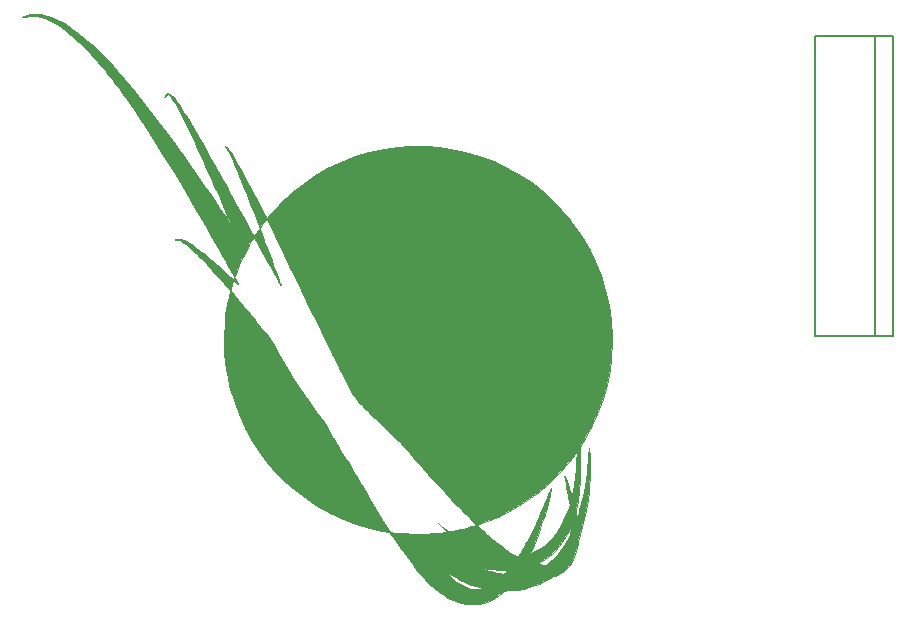
<source format=gbr>
G04 #@! TF.GenerationSoftware,KiCad,Pcbnew,(5.1.2)-1*
G04 #@! TF.CreationDate,2019-07-26T16:38:25-05:00*
G04 #@! TF.ProjectId,Austin_Christman_BIZ_Card,41757374-696e-45f4-9368-726973746d61,rev?*
G04 #@! TF.SameCoordinates,Original*
G04 #@! TF.FileFunction,Legend,Bot*
G04 #@! TF.FilePolarity,Positive*
%FSLAX46Y46*%
G04 Gerber Fmt 4.6, Leading zero omitted, Abs format (unit mm)*
G04 Created by KiCad (PCBNEW (5.1.2)-1) date 2019-07-26 16:38:25*
%MOMM*%
%LPD*%
G04 APERTURE LIST*
%ADD10C,0.010000*%
%ADD11C,0.150000*%
G04 APERTURE END LIST*
D10*
G36*
X116284510Y-69774527D02*
G01*
X115957232Y-69821730D01*
X115690764Y-69899198D01*
X115650119Y-69916798D01*
X115487000Y-69992387D01*
X115637000Y-69967014D01*
X116159057Y-69908464D01*
X116648045Y-69912363D01*
X117081752Y-69978467D01*
X117099660Y-69982913D01*
X117605063Y-70149118D01*
X118131727Y-70398170D01*
X118681448Y-70731532D01*
X119256023Y-71150665D01*
X119857249Y-71657032D01*
X120486921Y-72252095D01*
X121146837Y-72937317D01*
X121838793Y-73714160D01*
X122183596Y-74120923D01*
X122503038Y-74506726D01*
X122808218Y-74882942D01*
X123103918Y-75256484D01*
X123394921Y-75634265D01*
X123686009Y-76023199D01*
X123981965Y-76430197D01*
X124287570Y-76862175D01*
X124607608Y-77326044D01*
X124946861Y-77828718D01*
X125310111Y-78377111D01*
X125702141Y-78978135D01*
X126127732Y-79638703D01*
X126591668Y-80365729D01*
X127098730Y-81166127D01*
X127524850Y-81842000D01*
X128496573Y-83408974D01*
X129431194Y-84962400D01*
X130313689Y-86477203D01*
X130535789Y-86867000D01*
X130736508Y-87219175D01*
X130969048Y-87624226D01*
X131214265Y-88048990D01*
X131453015Y-88460304D01*
X131662500Y-88818781D01*
X131871150Y-89176452D01*
X132100027Y-89572551D01*
X132331468Y-89976262D01*
X132547808Y-90356766D01*
X132731381Y-90683246D01*
X132737254Y-90693781D01*
X132895573Y-90977341D01*
X133045765Y-91245448D01*
X133177838Y-91480331D01*
X133281799Y-91664222D01*
X133347656Y-91779351D01*
X133349729Y-91782915D01*
X133475506Y-91998831D01*
X133669615Y-91482915D01*
X133771425Y-91227761D01*
X133898000Y-90934719D01*
X134042990Y-90616246D01*
X134200047Y-90284800D01*
X134362819Y-89952839D01*
X134524956Y-89632820D01*
X134680109Y-89337201D01*
X134821928Y-89078439D01*
X134944063Y-88868991D01*
X135040163Y-88721316D01*
X135103878Y-88647870D01*
X135117721Y-88642000D01*
X135151317Y-88683802D01*
X135223436Y-88799721D01*
X135325757Y-88975519D01*
X135449963Y-89196962D01*
X135563321Y-89404500D01*
X135746360Y-89742132D01*
X135942634Y-90101871D01*
X136146166Y-90472972D01*
X136350977Y-90844691D01*
X136551092Y-91206281D01*
X136740532Y-91546999D01*
X136913319Y-91856100D01*
X137063476Y-92122838D01*
X137185026Y-92336469D01*
X137271991Y-92486248D01*
X137318393Y-92561430D01*
X137322662Y-92567000D01*
X137326130Y-92545051D01*
X137299552Y-92446472D01*
X137247982Y-92288269D01*
X137196405Y-92142000D01*
X137071146Y-91797830D01*
X136931911Y-91418161D01*
X136782678Y-91013593D01*
X136627428Y-90594725D01*
X136470139Y-90172159D01*
X136314793Y-89756493D01*
X136165368Y-89358328D01*
X136025844Y-88988264D01*
X135900201Y-88656900D01*
X135792419Y-88374838D01*
X135706478Y-88152676D01*
X135646357Y-88001015D01*
X135616037Y-87930455D01*
X135613892Y-87927001D01*
X135571719Y-87946553D01*
X135492619Y-88034078D01*
X135391739Y-88172178D01*
X135363629Y-88214501D01*
X135259337Y-88368641D01*
X135174333Y-88483378D01*
X135123828Y-88538467D01*
X135118628Y-88540570D01*
X135086970Y-88498005D01*
X135015801Y-88379563D01*
X134912235Y-88197830D01*
X134783389Y-87965390D01*
X134636381Y-87694831D01*
X134562000Y-87556141D01*
X134386837Y-87230004D01*
X134177120Y-86842487D01*
X133946997Y-86419550D01*
X133710614Y-85987153D01*
X133482119Y-85571255D01*
X133343424Y-85320070D01*
X133142094Y-84955713D01*
X132905596Y-84526687D01*
X132646643Y-84056115D01*
X132377945Y-83567120D01*
X132112215Y-83082827D01*
X131862165Y-82626359D01*
X131774991Y-82467000D01*
X131369842Y-81731919D01*
X130971891Y-81021339D01*
X130585449Y-80342491D01*
X130214826Y-79702607D01*
X129864333Y-79108919D01*
X129538282Y-78568660D01*
X129240982Y-78089060D01*
X128976745Y-77677351D01*
X128749882Y-77340767D01*
X128578526Y-77104517D01*
X128338500Y-76815096D01*
X128124429Y-76607006D01*
X127939862Y-76482227D01*
X127788345Y-76442742D01*
X127673427Y-76490530D01*
X127620026Y-76569352D01*
X127570527Y-76702914D01*
X127562009Y-76781437D01*
X127590179Y-76791923D01*
X127650745Y-76721373D01*
X127663525Y-76701091D01*
X127760009Y-76583900D01*
X127849651Y-76551147D01*
X127850838Y-76551359D01*
X127944805Y-76611337D01*
X128074946Y-76761108D01*
X128239681Y-76997866D01*
X128437428Y-77318804D01*
X128666606Y-77721118D01*
X128925633Y-78202000D01*
X129212929Y-78758645D01*
X129526912Y-79388248D01*
X129866001Y-80088001D01*
X129987015Y-80342000D01*
X130106192Y-80595949D01*
X130251655Y-80910511D01*
X130419741Y-81277457D01*
X130606792Y-81688559D01*
X130809148Y-82135587D01*
X131023147Y-82610313D01*
X131245131Y-83104507D01*
X131471439Y-83609941D01*
X131698411Y-84118386D01*
X131922387Y-84621613D01*
X132139707Y-85111394D01*
X132346711Y-85579499D01*
X132539738Y-86017700D01*
X132715130Y-86417767D01*
X132869224Y-86771473D01*
X132998363Y-87070587D01*
X133098885Y-87306881D01*
X133167130Y-87472127D01*
X133199439Y-87558096D01*
X133201332Y-87568681D01*
X133170721Y-87532903D01*
X133092333Y-87425091D01*
X132973921Y-87256374D01*
X132823240Y-87037881D01*
X132648045Y-86780743D01*
X132512000Y-86579293D01*
X132285213Y-86244369D01*
X132016718Y-85851376D01*
X131713369Y-85410108D01*
X131382018Y-84930355D01*
X131029519Y-84421909D01*
X130662725Y-83894560D01*
X130288490Y-83358101D01*
X129913666Y-82822323D01*
X129545108Y-82297017D01*
X129189669Y-81791975D01*
X128854202Y-81316988D01*
X128545559Y-80881847D01*
X128270595Y-80496344D01*
X128036164Y-80170270D01*
X127849117Y-79913417D01*
X127796348Y-79842000D01*
X126883622Y-78628337D01*
X126013195Y-77502415D01*
X125183180Y-76462266D01*
X124391689Y-75505921D01*
X123636836Y-74631412D01*
X122916733Y-73836773D01*
X122229493Y-73120034D01*
X121573229Y-72479229D01*
X120946053Y-71912389D01*
X120346078Y-71417546D01*
X119771417Y-70992733D01*
X119220182Y-70635982D01*
X118690487Y-70345324D01*
X118687000Y-70343592D01*
X118292157Y-70155152D01*
X117956102Y-70013691D01*
X117654219Y-69911020D01*
X117361893Y-69838946D01*
X117054508Y-69789278D01*
X117001698Y-69782794D01*
X116642649Y-69760559D01*
X116284510Y-69774527D01*
X116284510Y-69774527D01*
G37*
X116284510Y-69774527D02*
X115957232Y-69821730D01*
X115690764Y-69899198D01*
X115650119Y-69916798D01*
X115487000Y-69992387D01*
X115637000Y-69967014D01*
X116159057Y-69908464D01*
X116648045Y-69912363D01*
X117081752Y-69978467D01*
X117099660Y-69982913D01*
X117605063Y-70149118D01*
X118131727Y-70398170D01*
X118681448Y-70731532D01*
X119256023Y-71150665D01*
X119857249Y-71657032D01*
X120486921Y-72252095D01*
X121146837Y-72937317D01*
X121838793Y-73714160D01*
X122183596Y-74120923D01*
X122503038Y-74506726D01*
X122808218Y-74882942D01*
X123103918Y-75256484D01*
X123394921Y-75634265D01*
X123686009Y-76023199D01*
X123981965Y-76430197D01*
X124287570Y-76862175D01*
X124607608Y-77326044D01*
X124946861Y-77828718D01*
X125310111Y-78377111D01*
X125702141Y-78978135D01*
X126127732Y-79638703D01*
X126591668Y-80365729D01*
X127098730Y-81166127D01*
X127524850Y-81842000D01*
X128496573Y-83408974D01*
X129431194Y-84962400D01*
X130313689Y-86477203D01*
X130535789Y-86867000D01*
X130736508Y-87219175D01*
X130969048Y-87624226D01*
X131214265Y-88048990D01*
X131453015Y-88460304D01*
X131662500Y-88818781D01*
X131871150Y-89176452D01*
X132100027Y-89572551D01*
X132331468Y-89976262D01*
X132547808Y-90356766D01*
X132731381Y-90683246D01*
X132737254Y-90693781D01*
X132895573Y-90977341D01*
X133045765Y-91245448D01*
X133177838Y-91480331D01*
X133281799Y-91664222D01*
X133347656Y-91779351D01*
X133349729Y-91782915D01*
X133475506Y-91998831D01*
X133669615Y-91482915D01*
X133771425Y-91227761D01*
X133898000Y-90934719D01*
X134042990Y-90616246D01*
X134200047Y-90284800D01*
X134362819Y-89952839D01*
X134524956Y-89632820D01*
X134680109Y-89337201D01*
X134821928Y-89078439D01*
X134944063Y-88868991D01*
X135040163Y-88721316D01*
X135103878Y-88647870D01*
X135117721Y-88642000D01*
X135151317Y-88683802D01*
X135223436Y-88799721D01*
X135325757Y-88975519D01*
X135449963Y-89196962D01*
X135563321Y-89404500D01*
X135746360Y-89742132D01*
X135942634Y-90101871D01*
X136146166Y-90472972D01*
X136350977Y-90844691D01*
X136551092Y-91206281D01*
X136740532Y-91546999D01*
X136913319Y-91856100D01*
X137063476Y-92122838D01*
X137185026Y-92336469D01*
X137271991Y-92486248D01*
X137318393Y-92561430D01*
X137322662Y-92567000D01*
X137326130Y-92545051D01*
X137299552Y-92446472D01*
X137247982Y-92288269D01*
X137196405Y-92142000D01*
X137071146Y-91797830D01*
X136931911Y-91418161D01*
X136782678Y-91013593D01*
X136627428Y-90594725D01*
X136470139Y-90172159D01*
X136314793Y-89756493D01*
X136165368Y-89358328D01*
X136025844Y-88988264D01*
X135900201Y-88656900D01*
X135792419Y-88374838D01*
X135706478Y-88152676D01*
X135646357Y-88001015D01*
X135616037Y-87930455D01*
X135613892Y-87927001D01*
X135571719Y-87946553D01*
X135492619Y-88034078D01*
X135391739Y-88172178D01*
X135363629Y-88214501D01*
X135259337Y-88368641D01*
X135174333Y-88483378D01*
X135123828Y-88538467D01*
X135118628Y-88540570D01*
X135086970Y-88498005D01*
X135015801Y-88379563D01*
X134912235Y-88197830D01*
X134783389Y-87965390D01*
X134636381Y-87694831D01*
X134562000Y-87556141D01*
X134386837Y-87230004D01*
X134177120Y-86842487D01*
X133946997Y-86419550D01*
X133710614Y-85987153D01*
X133482119Y-85571255D01*
X133343424Y-85320070D01*
X133142094Y-84955713D01*
X132905596Y-84526687D01*
X132646643Y-84056115D01*
X132377945Y-83567120D01*
X132112215Y-83082827D01*
X131862165Y-82626359D01*
X131774991Y-82467000D01*
X131369842Y-81731919D01*
X130971891Y-81021339D01*
X130585449Y-80342491D01*
X130214826Y-79702607D01*
X129864333Y-79108919D01*
X129538282Y-78568660D01*
X129240982Y-78089060D01*
X128976745Y-77677351D01*
X128749882Y-77340767D01*
X128578526Y-77104517D01*
X128338500Y-76815096D01*
X128124429Y-76607006D01*
X127939862Y-76482227D01*
X127788345Y-76442742D01*
X127673427Y-76490530D01*
X127620026Y-76569352D01*
X127570527Y-76702914D01*
X127562009Y-76781437D01*
X127590179Y-76791923D01*
X127650745Y-76721373D01*
X127663525Y-76701091D01*
X127760009Y-76583900D01*
X127849651Y-76551147D01*
X127850838Y-76551359D01*
X127944805Y-76611337D01*
X128074946Y-76761108D01*
X128239681Y-76997866D01*
X128437428Y-77318804D01*
X128666606Y-77721118D01*
X128925633Y-78202000D01*
X129212929Y-78758645D01*
X129526912Y-79388248D01*
X129866001Y-80088001D01*
X129987015Y-80342000D01*
X130106192Y-80595949D01*
X130251655Y-80910511D01*
X130419741Y-81277457D01*
X130606792Y-81688559D01*
X130809148Y-82135587D01*
X131023147Y-82610313D01*
X131245131Y-83104507D01*
X131471439Y-83609941D01*
X131698411Y-84118386D01*
X131922387Y-84621613D01*
X132139707Y-85111394D01*
X132346711Y-85579499D01*
X132539738Y-86017700D01*
X132715130Y-86417767D01*
X132869224Y-86771473D01*
X132998363Y-87070587D01*
X133098885Y-87306881D01*
X133167130Y-87472127D01*
X133199439Y-87558096D01*
X133201332Y-87568681D01*
X133170721Y-87532903D01*
X133092333Y-87425091D01*
X132973921Y-87256374D01*
X132823240Y-87037881D01*
X132648045Y-86780743D01*
X132512000Y-86579293D01*
X132285213Y-86244369D01*
X132016718Y-85851376D01*
X131713369Y-85410108D01*
X131382018Y-84930355D01*
X131029519Y-84421909D01*
X130662725Y-83894560D01*
X130288490Y-83358101D01*
X129913666Y-82822323D01*
X129545108Y-82297017D01*
X129189669Y-81791975D01*
X128854202Y-81316988D01*
X128545559Y-80881847D01*
X128270595Y-80496344D01*
X128036164Y-80170270D01*
X127849117Y-79913417D01*
X127796348Y-79842000D01*
X126883622Y-78628337D01*
X126013195Y-77502415D01*
X125183180Y-76462266D01*
X124391689Y-75505921D01*
X123636836Y-74631412D01*
X122916733Y-73836773D01*
X122229493Y-73120034D01*
X121573229Y-72479229D01*
X120946053Y-71912389D01*
X120346078Y-71417546D01*
X119771417Y-70992733D01*
X119220182Y-70635982D01*
X118690487Y-70345324D01*
X118687000Y-70343592D01*
X118292157Y-70155152D01*
X117956102Y-70013691D01*
X117654219Y-69911020D01*
X117361893Y-69838946D01*
X117054508Y-69789278D01*
X117001698Y-69782794D01*
X116642649Y-69760559D01*
X116284510Y-69774527D01*
G36*
X137362000Y-92667000D02*
G01*
X137387000Y-92692000D01*
X137412000Y-92667000D01*
X137387000Y-92642000D01*
X137362000Y-92667000D01*
X137362000Y-92667000D01*
G37*
X137362000Y-92667000D02*
X137387000Y-92692000D01*
X137412000Y-92667000D01*
X137387000Y-92642000D01*
X137362000Y-92667000D01*
G36*
X132671024Y-80921749D02*
G01*
X132697208Y-80982014D01*
X132782359Y-81110213D01*
X132831211Y-81179384D01*
X132922600Y-81314282D01*
X133012141Y-81462350D01*
X133105454Y-81635429D01*
X133208157Y-81845359D01*
X133325868Y-82103981D01*
X133464208Y-82423136D01*
X133628794Y-82814665D01*
X133775321Y-83168962D01*
X133899938Y-83474884D01*
X134053633Y-83857242D01*
X134229743Y-84299078D01*
X134421604Y-84783433D01*
X134622553Y-85293351D01*
X134825927Y-85811872D01*
X135025061Y-86322037D01*
X135213293Y-86806890D01*
X135383959Y-87249471D01*
X135530396Y-87632822D01*
X135559533Y-87709734D01*
X135613506Y-87852469D01*
X135893959Y-87468440D01*
X136017958Y-87307885D01*
X136122663Y-87189351D01*
X136193588Y-87128364D01*
X136213764Y-87125705D01*
X136241744Y-87176752D01*
X136309374Y-87310313D01*
X136412940Y-87518793D01*
X136548724Y-87794600D01*
X136713014Y-88130138D01*
X136902092Y-88517814D01*
X137112245Y-88950034D01*
X137339758Y-89419203D01*
X137580914Y-89917728D01*
X137677151Y-90117000D01*
X138231214Y-91264117D01*
X138745351Y-92327140D01*
X139222599Y-93312274D01*
X139665993Y-94225725D01*
X140078568Y-95073701D01*
X140463360Y-95862408D01*
X140823405Y-96598052D01*
X141161737Y-97286840D01*
X141481392Y-97934978D01*
X141785407Y-98548673D01*
X142076815Y-99134131D01*
X142358654Y-99697558D01*
X142519083Y-100017000D01*
X142736517Y-100451890D01*
X142922186Y-100825745D01*
X143082695Y-101147148D01*
X143224645Y-101424684D01*
X143354642Y-101666938D01*
X143479287Y-101882492D01*
X143605185Y-102079932D01*
X143738939Y-102267843D01*
X143887151Y-102454807D01*
X144056426Y-102649410D01*
X144253367Y-102860236D01*
X144484576Y-103095870D01*
X144756658Y-103364894D01*
X145076216Y-103675895D01*
X145449853Y-104037455D01*
X145884172Y-104458160D01*
X146087000Y-104655269D01*
X146452847Y-105013245D01*
X146810771Y-105367215D01*
X147151431Y-105707687D01*
X147465490Y-106025166D01*
X147743608Y-106310158D01*
X147976446Y-106553171D01*
X148154664Y-106744711D01*
X148258404Y-106862556D01*
X148540539Y-107194288D01*
X148882660Y-107586544D01*
X149274761Y-108028428D01*
X149706834Y-108509041D01*
X150168875Y-109017486D01*
X150650878Y-109542864D01*
X151142835Y-110074277D01*
X151634742Y-110600829D01*
X152116593Y-111111620D01*
X152578380Y-111595753D01*
X153010100Y-112042331D01*
X153080742Y-112114713D01*
X153319666Y-112359835D01*
X153532996Y-112580033D01*
X153711513Y-112765679D01*
X153845996Y-112907148D01*
X153927226Y-112994813D01*
X153947620Y-113019803D01*
X153886164Y-113041699D01*
X153746921Y-113081759D01*
X153549389Y-113135013D01*
X153313070Y-113196491D01*
X153057462Y-113261221D01*
X152802065Y-113324234D01*
X152566379Y-113380559D01*
X152369903Y-113425224D01*
X152293997Y-113441319D01*
X151972879Y-113501869D01*
X151739509Y-113533758D01*
X151586006Y-113537572D01*
X151504490Y-113513895D01*
X151492419Y-113500767D01*
X151444649Y-113453636D01*
X151336559Y-113359968D01*
X151186290Y-113235222D01*
X151076968Y-113146704D01*
X150687000Y-112833874D01*
X151081592Y-113206042D01*
X151476183Y-113578210D01*
X151306592Y-113608561D01*
X151005996Y-113652039D01*
X150645711Y-113687258D01*
X150239388Y-113714318D01*
X149800679Y-113733319D01*
X149343234Y-113744360D01*
X148880704Y-113747543D01*
X148426742Y-113742965D01*
X147994998Y-113730729D01*
X147599123Y-113710933D01*
X147252769Y-113683677D01*
X146969586Y-113649062D01*
X146763227Y-113607186D01*
X146673813Y-113574648D01*
X146616640Y-113515656D01*
X146515448Y-113378558D01*
X146375629Y-113172186D01*
X146202576Y-112905374D01*
X146001679Y-112586957D01*
X145778332Y-112225766D01*
X145537927Y-111830635D01*
X145285855Y-111410399D01*
X145027508Y-110973889D01*
X144768279Y-110529941D01*
X144513560Y-110087386D01*
X144268742Y-109655059D01*
X144135917Y-109417000D01*
X143925146Y-109043407D01*
X143698778Y-108653364D01*
X143470007Y-108268842D01*
X143252032Y-107911813D01*
X143058049Y-107604249D01*
X142934717Y-107417000D01*
X142750191Y-107135244D01*
X142535894Y-106792924D01*
X142308694Y-106417931D01*
X142085462Y-106038156D01*
X141883070Y-105681491D01*
X141862821Y-105644896D01*
X141614336Y-105205901D01*
X141369986Y-104800165D01*
X141112194Y-104400415D01*
X140823384Y-103979376D01*
X140493374Y-103519896D01*
X139786684Y-102532520D01*
X139118884Y-101556997D01*
X138474449Y-100569268D01*
X137837855Y-99545274D01*
X137193576Y-98460956D01*
X136894191Y-97942000D01*
X136714544Y-97633298D01*
X136551067Y-97366833D01*
X136389027Y-97121723D01*
X136213688Y-96877088D01*
X136010314Y-96612048D01*
X135764172Y-96305725D01*
X135588648Y-96092000D01*
X135346402Y-95798153D01*
X135105442Y-95505051D01*
X134879433Y-95229373D01*
X134682037Y-94987800D01*
X134526917Y-94797011D01*
X134462348Y-94717000D01*
X134306952Y-94525571D01*
X134110204Y-94286204D01*
X133895477Y-94027190D01*
X133686146Y-93776816D01*
X133651536Y-93735674D01*
X133481097Y-93529296D01*
X133336473Y-93346591D01*
X133228964Y-93202433D01*
X133169865Y-93111699D01*
X133162000Y-93091064D01*
X133175340Y-93015980D01*
X133209664Y-92879525D01*
X133256432Y-92711088D01*
X133307105Y-92540058D01*
X133353141Y-92395824D01*
X133386001Y-92307776D01*
X133393299Y-92295118D01*
X133436956Y-92315364D01*
X133530772Y-92389666D01*
X133647121Y-92495118D01*
X133762510Y-92599100D01*
X133816527Y-92633554D01*
X133806054Y-92596547D01*
X133803299Y-92592000D01*
X133733394Y-92470450D01*
X133647395Y-92310809D01*
X133613465Y-92245197D01*
X133545233Y-92116942D01*
X133503385Y-92067140D01*
X133470436Y-92084382D01*
X133441731Y-92133160D01*
X133414821Y-92174070D01*
X133380835Y-92188089D01*
X133326920Y-92167181D01*
X133240224Y-92103310D01*
X133107893Y-91988438D01*
X132917075Y-91814529D01*
X132884994Y-91785043D01*
X132319077Y-91269091D01*
X131814917Y-90819113D01*
X131365064Y-90428895D01*
X130962070Y-90092226D01*
X130598487Y-89802894D01*
X130266866Y-89554685D01*
X129959759Y-89341388D01*
X129937000Y-89326291D01*
X129529954Y-89074249D01*
X129181645Y-88894834D01*
X128893806Y-88788660D01*
X128668168Y-88756343D01*
X128506464Y-88798496D01*
X128487000Y-88811915D01*
X128433624Y-88858667D01*
X128443561Y-88881499D01*
X128531293Y-88889311D01*
X128614711Y-88890409D01*
X128837622Y-88923470D01*
X129058791Y-89029267D01*
X129068640Y-89035462D01*
X129243767Y-89159200D01*
X129470587Y-89338122D01*
X129730672Y-89556117D01*
X130005594Y-89797076D01*
X130276922Y-90044888D01*
X130526230Y-90283442D01*
X130712000Y-90472105D01*
X130866284Y-90636564D01*
X131061730Y-90847411D01*
X131288077Y-91093343D01*
X131535068Y-91363058D01*
X131792442Y-91645252D01*
X132049941Y-91928623D01*
X132297304Y-92201868D01*
X132524272Y-92453683D01*
X132720586Y-92672766D01*
X132875987Y-92847814D01*
X132980215Y-92967524D01*
X133014405Y-93008700D01*
X133124608Y-93148801D01*
X132989374Y-93757900D01*
X132878285Y-94286951D01*
X132791906Y-94771131D01*
X132726970Y-95238709D01*
X132680208Y-95717950D01*
X132648352Y-96237123D01*
X132628133Y-96824495D01*
X132626426Y-96896857D01*
X132620159Y-97709710D01*
X132641948Y-98451716D01*
X132694384Y-99148731D01*
X132780059Y-99826612D01*
X132901564Y-100511214D01*
X133059841Y-101221591D01*
X133405949Y-102440381D01*
X133843498Y-103623028D01*
X134368968Y-104764730D01*
X134978836Y-105860683D01*
X135669582Y-106906082D01*
X136437684Y-107896123D01*
X137279620Y-108826003D01*
X138191869Y-109690917D01*
X139170911Y-110486062D01*
X140213223Y-111206634D01*
X140517259Y-111395181D01*
X141554902Y-111971216D01*
X142640347Y-112475108D01*
X143756960Y-112900592D01*
X144888112Y-113241401D01*
X146017168Y-113491271D01*
X146137000Y-113512333D01*
X146399838Y-113565833D01*
X146569429Y-113621012D01*
X146651229Y-113678202D01*
X146696586Y-113742881D01*
X146790026Y-113877604D01*
X146923000Y-114069992D01*
X147086960Y-114307671D01*
X147273360Y-114578263D01*
X147420432Y-114792000D01*
X147969141Y-115571000D01*
X148485321Y-116263827D01*
X148974601Y-116876743D01*
X149442612Y-117416008D01*
X149894983Y-117887882D01*
X150337345Y-118298626D01*
X150775327Y-118654500D01*
X151105870Y-118890201D01*
X151397193Y-119068074D01*
X151732565Y-119244363D01*
X152080175Y-119404343D01*
X152408210Y-119533288D01*
X152664554Y-119611653D01*
X153074591Y-119684453D01*
X153518290Y-119716827D01*
X153952066Y-119707279D01*
X154271660Y-119666766D01*
X154864181Y-119503674D01*
X155432055Y-119243851D01*
X155974520Y-118887674D01*
X156162297Y-118736899D01*
X156307236Y-118624030D01*
X156425217Y-118565443D01*
X156559353Y-118544073D01*
X156654689Y-118542000D01*
X157324748Y-118502729D01*
X158004645Y-118389318D01*
X158166336Y-118345434D01*
X154471211Y-118345434D01*
X154401990Y-118388850D01*
X154337000Y-118409146D01*
X154242166Y-118420057D01*
X154078136Y-118425404D01*
X153875598Y-118424393D01*
X153812000Y-118422734D01*
X153520335Y-118401675D01*
X153279667Y-118353228D01*
X153073061Y-118280965D01*
X152735082Y-118126647D01*
X152432615Y-117949928D01*
X152138694Y-117732283D01*
X151826353Y-117455189D01*
X151715622Y-117348504D01*
X151552213Y-117185717D01*
X151430756Y-117059044D01*
X151360248Y-116978368D01*
X151349687Y-116953574D01*
X151362000Y-116960044D01*
X151878796Y-117281015D01*
X152325335Y-117536974D01*
X152705425Y-117730100D01*
X152723616Y-117738545D01*
X152991941Y-117853553D01*
X153299251Y-117971084D01*
X153617748Y-118081788D01*
X153919634Y-118176318D01*
X154177111Y-118245325D01*
X154312623Y-118272899D01*
X154441239Y-118305757D01*
X154471211Y-118345434D01*
X158166336Y-118345434D01*
X158671346Y-118208372D01*
X159301814Y-117966493D01*
X159873016Y-117670284D01*
X160021877Y-117576749D01*
X160194053Y-117476569D01*
X160363292Y-117398705D01*
X160462000Y-117367546D01*
X160592191Y-117328868D01*
X160775172Y-117259003D01*
X160974554Y-117172005D01*
X161003635Y-117158343D01*
X161403614Y-116913932D01*
X161404261Y-116913324D01*
X156535126Y-116913324D01*
X156518541Y-116952964D01*
X156471804Y-117006562D01*
X156460775Y-117018304D01*
X156398222Y-117079987D01*
X156336057Y-117118123D01*
X156254945Y-117133294D01*
X156135550Y-117126084D01*
X155958535Y-117097077D01*
X155704566Y-117046856D01*
X155680004Y-117041871D01*
X155475679Y-116996311D01*
X155241595Y-116937703D01*
X154995849Y-116871399D01*
X154756538Y-116802751D01*
X154541758Y-116737112D01*
X154369606Y-116679832D01*
X154258178Y-116636265D01*
X154225571Y-116611763D01*
X154225609Y-116611725D01*
X154279689Y-116611518D01*
X154408226Y-116626696D01*
X154587387Y-116654236D01*
X154663696Y-116667298D01*
X154881827Y-116700485D01*
X155163032Y-116735875D01*
X155470594Y-116769176D01*
X155760271Y-116795493D01*
X156068232Y-116820627D01*
X156288113Y-116841291D01*
X156431498Y-116861172D01*
X156509974Y-116883955D01*
X156535126Y-116913324D01*
X161404261Y-116913324D01*
X161750426Y-116588485D01*
X162040724Y-116187672D01*
X162271162Y-115717162D01*
X162438393Y-115182625D01*
X162539070Y-114589730D01*
X162543138Y-114550239D01*
X162578319Y-114335234D01*
X162640107Y-114080285D01*
X162715743Y-113837374D01*
X162723117Y-113817000D01*
X162918828Y-113214625D01*
X162944009Y-113117000D01*
X161969671Y-113117000D01*
X161947860Y-113474634D01*
X161925761Y-113692420D01*
X161880757Y-113870975D01*
X161798461Y-114057795D01*
X161735785Y-114174634D01*
X161310322Y-114862818D01*
X160848380Y-115460636D01*
X160346783Y-115972017D01*
X160137000Y-116151083D01*
X159837000Y-116394118D01*
X159512000Y-116363127D01*
X159342708Y-116344419D01*
X159217802Y-116325804D01*
X159166167Y-116312068D01*
X159155455Y-116298606D01*
X159164998Y-116280854D01*
X159210516Y-116247682D01*
X159307726Y-116187959D01*
X159472347Y-116090557D01*
X159512000Y-116067192D01*
X160058467Y-115698975D01*
X160549152Y-115268407D01*
X160992041Y-114766579D01*
X161395124Y-114184582D01*
X161721144Y-113603158D01*
X161969671Y-113117000D01*
X162944009Y-113117000D01*
X163096697Y-112525062D01*
X163254319Y-111759924D01*
X163389289Y-110930822D01*
X163494611Y-110092000D01*
X163517583Y-109830205D01*
X163536858Y-109511679D01*
X163552329Y-109151590D01*
X163563890Y-108765108D01*
X163571435Y-108367401D01*
X163574857Y-107973638D01*
X163574051Y-107598988D01*
X163568910Y-107258620D01*
X163559328Y-106967703D01*
X163545198Y-106741405D01*
X163526415Y-106594895D01*
X163519294Y-106567000D01*
X163491735Y-106491362D01*
X163476423Y-106487530D01*
X163469054Y-106565607D01*
X163466014Y-106692000D01*
X163449781Y-107089249D01*
X163414794Y-107560990D01*
X163364009Y-108084101D01*
X163300383Y-108635458D01*
X163226874Y-109191940D01*
X163146437Y-109730423D01*
X163062029Y-110227784D01*
X162976607Y-110660902D01*
X162935249Y-110842786D01*
X162858854Y-111147302D01*
X162777883Y-111447634D01*
X162696960Y-111728919D01*
X162620711Y-111976292D01*
X162553759Y-112174892D01*
X162500730Y-112309853D01*
X162466247Y-112366313D01*
X162461161Y-112366481D01*
X162415233Y-112285541D01*
X162392276Y-112126543D01*
X162392253Y-111908747D01*
X162415127Y-111651410D01*
X162460861Y-111373794D01*
X162463083Y-111362935D01*
X162535510Y-110990273D01*
X162594363Y-110633583D01*
X162641036Y-110275890D01*
X162676919Y-109900219D01*
X162703406Y-109489593D01*
X162721889Y-109027038D01*
X162733761Y-108495578D01*
X162739574Y-107992000D01*
X162747368Y-107018257D01*
X162459554Y-107018257D01*
X162454752Y-107212542D01*
X162444833Y-107454453D01*
X162430668Y-107726632D01*
X162413126Y-108011720D01*
X162393078Y-108292360D01*
X162371392Y-108551193D01*
X162357623Y-108692000D01*
X162329847Y-108926690D01*
X162292942Y-109195805D01*
X162250192Y-109479713D01*
X162204878Y-109758783D01*
X162160284Y-110013384D01*
X162119693Y-110223884D01*
X162086387Y-110370653D01*
X162067138Y-110429092D01*
X162040141Y-110408785D01*
X161990621Y-110308636D01*
X161925347Y-110144420D01*
X161851082Y-109931909D01*
X161841946Y-109904092D01*
X161729459Y-109568643D01*
X161628865Y-109286952D01*
X161543971Y-109068599D01*
X161478581Y-108923163D01*
X161436502Y-108860221D01*
X161427208Y-108860125D01*
X161428888Y-108914263D01*
X161448805Y-109046695D01*
X161483657Y-109238059D01*
X161530142Y-109468996D01*
X161534828Y-109491269D01*
X161598668Y-109806506D01*
X161666664Y-110163210D01*
X161728925Y-110508606D01*
X161760956Y-110697887D01*
X161858295Y-111294530D01*
X161706358Y-111730765D01*
X161579221Y-112065284D01*
X161422009Y-112432109D01*
X161247962Y-112803688D01*
X161070320Y-113152472D01*
X160902325Y-113450908D01*
X160808539Y-113598985D01*
X160570107Y-113914765D01*
X160280764Y-114240068D01*
X159970826Y-114543415D01*
X159670609Y-114793329D01*
X159629014Y-114823742D01*
X159477685Y-114923250D01*
X159291332Y-115032885D01*
X159089924Y-115142549D01*
X158893430Y-115242143D01*
X158721816Y-115321571D01*
X158595053Y-115370732D01*
X158533108Y-115379531D01*
X158531894Y-115378560D01*
X158541098Y-115326578D01*
X158584334Y-115207900D01*
X158652804Y-115046193D01*
X158668015Y-115012391D01*
X158815634Y-114672679D01*
X158981693Y-114266043D01*
X159155320Y-113821169D01*
X159325645Y-113366741D01*
X159481797Y-112931442D01*
X159612905Y-112543959D01*
X159661094Y-112392000D01*
X159744419Y-112113478D01*
X159834322Y-111798690D01*
X159926756Y-111463351D01*
X160017677Y-111123175D01*
X160103038Y-110793879D01*
X160178794Y-110491179D01*
X160240898Y-110230789D01*
X160285305Y-110028426D01*
X160307969Y-109899806D01*
X160310026Y-109871304D01*
X160291796Y-109890461D01*
X160240944Y-109992663D01*
X160161768Y-110168019D01*
X160058566Y-110406638D01*
X159935638Y-110698631D01*
X159797282Y-111034107D01*
X159692552Y-111292000D01*
X159472978Y-111831631D01*
X159279923Y-112294934D01*
X159105232Y-112699375D01*
X158940750Y-113062422D01*
X158778322Y-113401541D01*
X158609793Y-113734199D01*
X158427008Y-114077865D01*
X158221811Y-114450004D01*
X158199641Y-114489642D01*
X158000214Y-114843221D01*
X157841145Y-115117964D01*
X157715821Y-115323317D01*
X157617630Y-115468727D01*
X157539961Y-115563640D01*
X157476201Y-115617504D01*
X157419739Y-115639766D01*
X157393094Y-115642000D01*
X157302474Y-115615366D01*
X157153157Y-115543482D01*
X156968416Y-115438372D01*
X156829555Y-115350855D01*
X156625743Y-115210623D01*
X156373331Y-115027319D01*
X156100517Y-114821922D01*
X155835497Y-114615411D01*
X155761583Y-114556262D01*
X155713653Y-114517000D01*
X152812000Y-114517000D01*
X152787000Y-114542000D01*
X152762000Y-114517000D01*
X152787000Y-114492000D01*
X152812000Y-114517000D01*
X155713653Y-114517000D01*
X155662049Y-114474728D01*
X152712000Y-114474728D01*
X152673779Y-114465257D01*
X152559531Y-114392000D01*
X152369879Y-114255398D01*
X152105447Y-114055888D01*
X151971345Y-113952753D01*
X151802960Y-113818999D01*
X151671957Y-113707867D01*
X151593714Y-113632865D01*
X151579093Y-113608240D01*
X151623133Y-113629426D01*
X151727852Y-113700093D01*
X151876004Y-113807051D01*
X152050344Y-113937109D01*
X152233625Y-114077077D01*
X152408602Y-114213765D01*
X152558030Y-114333984D01*
X152664661Y-114424542D01*
X152711251Y-114472249D01*
X152712000Y-114474728D01*
X155662049Y-114474728D01*
X155546375Y-114379974D01*
X155310090Y-114181670D01*
X155064178Y-113971487D01*
X154820087Y-113759563D01*
X154589266Y-113556038D01*
X154383164Y-113371050D01*
X154213230Y-113214737D01*
X154090912Y-113097237D01*
X154027659Y-113028689D01*
X154021939Y-113015727D01*
X154071955Y-112993809D01*
X154197301Y-112944825D01*
X154379341Y-112875916D01*
X154599438Y-112794225D01*
X154610685Y-112790088D01*
X155775243Y-112310850D01*
X156899420Y-111745931D01*
X157976463Y-111100322D01*
X158999620Y-110379013D01*
X159962138Y-109586995D01*
X160857266Y-108729258D01*
X161678249Y-107810792D01*
X162134787Y-107229500D01*
X162261046Y-107063794D01*
X162365176Y-106933457D01*
X162432983Y-106855922D01*
X162450331Y-106842000D01*
X162458370Y-106888957D01*
X162459554Y-107018257D01*
X162747368Y-107018257D01*
X162752582Y-106367000D01*
X163086889Y-105817000D01*
X163697093Y-104717666D01*
X164218076Y-103574089D01*
X164650025Y-102385713D01*
X164993125Y-101151982D01*
X165247562Y-99872342D01*
X165368188Y-98992000D01*
X165391499Y-98713548D01*
X165408784Y-98358128D01*
X165420043Y-97948589D01*
X165425277Y-97507780D01*
X165424485Y-97058551D01*
X165417666Y-96623750D01*
X165404823Y-96226229D01*
X165385953Y-95888835D01*
X165368188Y-95692000D01*
X165171988Y-94378906D01*
X164885813Y-93109418D01*
X164509570Y-91883309D01*
X164043167Y-90700353D01*
X163486509Y-89560321D01*
X162839504Y-88462986D01*
X162102058Y-87408122D01*
X161817041Y-87042000D01*
X161562494Y-86738748D01*
X161252431Y-86392862D01*
X160907879Y-86026059D01*
X160549865Y-85660055D01*
X160199416Y-85316568D01*
X159877559Y-85017315D01*
X159737000Y-84893704D01*
X158731398Y-84095466D01*
X157674075Y-83382057D01*
X156568823Y-82755130D01*
X155419436Y-82216336D01*
X154229708Y-81767329D01*
X153003430Y-81409762D01*
X151744397Y-81145288D01*
X150837000Y-81015430D01*
X150464903Y-80981761D01*
X150021367Y-80956893D01*
X149532345Y-80941026D01*
X149023792Y-80934361D01*
X148521662Y-80937097D01*
X148051909Y-80949436D01*
X147640488Y-80971578D01*
X147437000Y-80989178D01*
X146142146Y-81170486D01*
X144887542Y-81443215D01*
X143672120Y-81807804D01*
X142494817Y-82264695D01*
X141354566Y-82814326D01*
X140250300Y-83457138D01*
X139180956Y-84193572D01*
X138612000Y-84634893D01*
X138393752Y-84819725D01*
X138133432Y-85053960D01*
X137846214Y-85322631D01*
X137547269Y-85610768D01*
X137251770Y-85903405D01*
X136974890Y-86185573D01*
X136731800Y-86442304D01*
X136537673Y-86658629D01*
X136437000Y-86780622D01*
X136331219Y-86912399D01*
X136249875Y-87005709D01*
X136212000Y-87039439D01*
X136184346Y-86996818D01*
X136117436Y-86875207D01*
X136016723Y-86685065D01*
X135887660Y-86436852D01*
X135735700Y-86141026D01*
X135566297Y-85808047D01*
X135450573Y-85578945D01*
X135091759Y-84873969D01*
X134746679Y-84210417D01*
X134418321Y-83593463D01*
X134109677Y-83028280D01*
X133823734Y-82520045D01*
X133563484Y-82073929D01*
X133331916Y-81695107D01*
X133132019Y-81388754D01*
X132966785Y-81160044D01*
X132839201Y-81014150D01*
X132788989Y-80972900D01*
X132702165Y-80921388D01*
X132671024Y-80921749D01*
X132671024Y-80921749D01*
G37*
X132671024Y-80921749D02*
X132697208Y-80982014D01*
X132782359Y-81110213D01*
X132831211Y-81179384D01*
X132922600Y-81314282D01*
X133012141Y-81462350D01*
X133105454Y-81635429D01*
X133208157Y-81845359D01*
X133325868Y-82103981D01*
X133464208Y-82423136D01*
X133628794Y-82814665D01*
X133775321Y-83168962D01*
X133899938Y-83474884D01*
X134053633Y-83857242D01*
X134229743Y-84299078D01*
X134421604Y-84783433D01*
X134622553Y-85293351D01*
X134825927Y-85811872D01*
X135025061Y-86322037D01*
X135213293Y-86806890D01*
X135383959Y-87249471D01*
X135530396Y-87632822D01*
X135559533Y-87709734D01*
X135613506Y-87852469D01*
X135893959Y-87468440D01*
X136017958Y-87307885D01*
X136122663Y-87189351D01*
X136193588Y-87128364D01*
X136213764Y-87125705D01*
X136241744Y-87176752D01*
X136309374Y-87310313D01*
X136412940Y-87518793D01*
X136548724Y-87794600D01*
X136713014Y-88130138D01*
X136902092Y-88517814D01*
X137112245Y-88950034D01*
X137339758Y-89419203D01*
X137580914Y-89917728D01*
X137677151Y-90117000D01*
X138231214Y-91264117D01*
X138745351Y-92327140D01*
X139222599Y-93312274D01*
X139665993Y-94225725D01*
X140078568Y-95073701D01*
X140463360Y-95862408D01*
X140823405Y-96598052D01*
X141161737Y-97286840D01*
X141481392Y-97934978D01*
X141785407Y-98548673D01*
X142076815Y-99134131D01*
X142358654Y-99697558D01*
X142519083Y-100017000D01*
X142736517Y-100451890D01*
X142922186Y-100825745D01*
X143082695Y-101147148D01*
X143224645Y-101424684D01*
X143354642Y-101666938D01*
X143479287Y-101882492D01*
X143605185Y-102079932D01*
X143738939Y-102267843D01*
X143887151Y-102454807D01*
X144056426Y-102649410D01*
X144253367Y-102860236D01*
X144484576Y-103095870D01*
X144756658Y-103364894D01*
X145076216Y-103675895D01*
X145449853Y-104037455D01*
X145884172Y-104458160D01*
X146087000Y-104655269D01*
X146452847Y-105013245D01*
X146810771Y-105367215D01*
X147151431Y-105707687D01*
X147465490Y-106025166D01*
X147743608Y-106310158D01*
X147976446Y-106553171D01*
X148154664Y-106744711D01*
X148258404Y-106862556D01*
X148540539Y-107194288D01*
X148882660Y-107586544D01*
X149274761Y-108028428D01*
X149706834Y-108509041D01*
X150168875Y-109017486D01*
X150650878Y-109542864D01*
X151142835Y-110074277D01*
X151634742Y-110600829D01*
X152116593Y-111111620D01*
X152578380Y-111595753D01*
X153010100Y-112042331D01*
X153080742Y-112114713D01*
X153319666Y-112359835D01*
X153532996Y-112580033D01*
X153711513Y-112765679D01*
X153845996Y-112907148D01*
X153927226Y-112994813D01*
X153947620Y-113019803D01*
X153886164Y-113041699D01*
X153746921Y-113081759D01*
X153549389Y-113135013D01*
X153313070Y-113196491D01*
X153057462Y-113261221D01*
X152802065Y-113324234D01*
X152566379Y-113380559D01*
X152369903Y-113425224D01*
X152293997Y-113441319D01*
X151972879Y-113501869D01*
X151739509Y-113533758D01*
X151586006Y-113537572D01*
X151504490Y-113513895D01*
X151492419Y-113500767D01*
X151444649Y-113453636D01*
X151336559Y-113359968D01*
X151186290Y-113235222D01*
X151076968Y-113146704D01*
X150687000Y-112833874D01*
X151081592Y-113206042D01*
X151476183Y-113578210D01*
X151306592Y-113608561D01*
X151005996Y-113652039D01*
X150645711Y-113687258D01*
X150239388Y-113714318D01*
X149800679Y-113733319D01*
X149343234Y-113744360D01*
X148880704Y-113747543D01*
X148426742Y-113742965D01*
X147994998Y-113730729D01*
X147599123Y-113710933D01*
X147252769Y-113683677D01*
X146969586Y-113649062D01*
X146763227Y-113607186D01*
X146673813Y-113574648D01*
X146616640Y-113515656D01*
X146515448Y-113378558D01*
X146375629Y-113172186D01*
X146202576Y-112905374D01*
X146001679Y-112586957D01*
X145778332Y-112225766D01*
X145537927Y-111830635D01*
X145285855Y-111410399D01*
X145027508Y-110973889D01*
X144768279Y-110529941D01*
X144513560Y-110087386D01*
X144268742Y-109655059D01*
X144135917Y-109417000D01*
X143925146Y-109043407D01*
X143698778Y-108653364D01*
X143470007Y-108268842D01*
X143252032Y-107911813D01*
X143058049Y-107604249D01*
X142934717Y-107417000D01*
X142750191Y-107135244D01*
X142535894Y-106792924D01*
X142308694Y-106417931D01*
X142085462Y-106038156D01*
X141883070Y-105681491D01*
X141862821Y-105644896D01*
X141614336Y-105205901D01*
X141369986Y-104800165D01*
X141112194Y-104400415D01*
X140823384Y-103979376D01*
X140493374Y-103519896D01*
X139786684Y-102532520D01*
X139118884Y-101556997D01*
X138474449Y-100569268D01*
X137837855Y-99545274D01*
X137193576Y-98460956D01*
X136894191Y-97942000D01*
X136714544Y-97633298D01*
X136551067Y-97366833D01*
X136389027Y-97121723D01*
X136213688Y-96877088D01*
X136010314Y-96612048D01*
X135764172Y-96305725D01*
X135588648Y-96092000D01*
X135346402Y-95798153D01*
X135105442Y-95505051D01*
X134879433Y-95229373D01*
X134682037Y-94987800D01*
X134526917Y-94797011D01*
X134462348Y-94717000D01*
X134306952Y-94525571D01*
X134110204Y-94286204D01*
X133895477Y-94027190D01*
X133686146Y-93776816D01*
X133651536Y-93735674D01*
X133481097Y-93529296D01*
X133336473Y-93346591D01*
X133228964Y-93202433D01*
X133169865Y-93111699D01*
X133162000Y-93091064D01*
X133175340Y-93015980D01*
X133209664Y-92879525D01*
X133256432Y-92711088D01*
X133307105Y-92540058D01*
X133353141Y-92395824D01*
X133386001Y-92307776D01*
X133393299Y-92295118D01*
X133436956Y-92315364D01*
X133530772Y-92389666D01*
X133647121Y-92495118D01*
X133762510Y-92599100D01*
X133816527Y-92633554D01*
X133806054Y-92596547D01*
X133803299Y-92592000D01*
X133733394Y-92470450D01*
X133647395Y-92310809D01*
X133613465Y-92245197D01*
X133545233Y-92116942D01*
X133503385Y-92067140D01*
X133470436Y-92084382D01*
X133441731Y-92133160D01*
X133414821Y-92174070D01*
X133380835Y-92188089D01*
X133326920Y-92167181D01*
X133240224Y-92103310D01*
X133107893Y-91988438D01*
X132917075Y-91814529D01*
X132884994Y-91785043D01*
X132319077Y-91269091D01*
X131814917Y-90819113D01*
X131365064Y-90428895D01*
X130962070Y-90092226D01*
X130598487Y-89802894D01*
X130266866Y-89554685D01*
X129959759Y-89341388D01*
X129937000Y-89326291D01*
X129529954Y-89074249D01*
X129181645Y-88894834D01*
X128893806Y-88788660D01*
X128668168Y-88756343D01*
X128506464Y-88798496D01*
X128487000Y-88811915D01*
X128433624Y-88858667D01*
X128443561Y-88881499D01*
X128531293Y-88889311D01*
X128614711Y-88890409D01*
X128837622Y-88923470D01*
X129058791Y-89029267D01*
X129068640Y-89035462D01*
X129243767Y-89159200D01*
X129470587Y-89338122D01*
X129730672Y-89556117D01*
X130005594Y-89797076D01*
X130276922Y-90044888D01*
X130526230Y-90283442D01*
X130712000Y-90472105D01*
X130866284Y-90636564D01*
X131061730Y-90847411D01*
X131288077Y-91093343D01*
X131535068Y-91363058D01*
X131792442Y-91645252D01*
X132049941Y-91928623D01*
X132297304Y-92201868D01*
X132524272Y-92453683D01*
X132720586Y-92672766D01*
X132875987Y-92847814D01*
X132980215Y-92967524D01*
X133014405Y-93008700D01*
X133124608Y-93148801D01*
X132989374Y-93757900D01*
X132878285Y-94286951D01*
X132791906Y-94771131D01*
X132726970Y-95238709D01*
X132680208Y-95717950D01*
X132648352Y-96237123D01*
X132628133Y-96824495D01*
X132626426Y-96896857D01*
X132620159Y-97709710D01*
X132641948Y-98451716D01*
X132694384Y-99148731D01*
X132780059Y-99826612D01*
X132901564Y-100511214D01*
X133059841Y-101221591D01*
X133405949Y-102440381D01*
X133843498Y-103623028D01*
X134368968Y-104764730D01*
X134978836Y-105860683D01*
X135669582Y-106906082D01*
X136437684Y-107896123D01*
X137279620Y-108826003D01*
X138191869Y-109690917D01*
X139170911Y-110486062D01*
X140213223Y-111206634D01*
X140517259Y-111395181D01*
X141554902Y-111971216D01*
X142640347Y-112475108D01*
X143756960Y-112900592D01*
X144888112Y-113241401D01*
X146017168Y-113491271D01*
X146137000Y-113512333D01*
X146399838Y-113565833D01*
X146569429Y-113621012D01*
X146651229Y-113678202D01*
X146696586Y-113742881D01*
X146790026Y-113877604D01*
X146923000Y-114069992D01*
X147086960Y-114307671D01*
X147273360Y-114578263D01*
X147420432Y-114792000D01*
X147969141Y-115571000D01*
X148485321Y-116263827D01*
X148974601Y-116876743D01*
X149442612Y-117416008D01*
X149894983Y-117887882D01*
X150337345Y-118298626D01*
X150775327Y-118654500D01*
X151105870Y-118890201D01*
X151397193Y-119068074D01*
X151732565Y-119244363D01*
X152080175Y-119404343D01*
X152408210Y-119533288D01*
X152664554Y-119611653D01*
X153074591Y-119684453D01*
X153518290Y-119716827D01*
X153952066Y-119707279D01*
X154271660Y-119666766D01*
X154864181Y-119503674D01*
X155432055Y-119243851D01*
X155974520Y-118887674D01*
X156162297Y-118736899D01*
X156307236Y-118624030D01*
X156425217Y-118565443D01*
X156559353Y-118544073D01*
X156654689Y-118542000D01*
X157324748Y-118502729D01*
X158004645Y-118389318D01*
X158166336Y-118345434D01*
X154471211Y-118345434D01*
X154401990Y-118388850D01*
X154337000Y-118409146D01*
X154242166Y-118420057D01*
X154078136Y-118425404D01*
X153875598Y-118424393D01*
X153812000Y-118422734D01*
X153520335Y-118401675D01*
X153279667Y-118353228D01*
X153073061Y-118280965D01*
X152735082Y-118126647D01*
X152432615Y-117949928D01*
X152138694Y-117732283D01*
X151826353Y-117455189D01*
X151715622Y-117348504D01*
X151552213Y-117185717D01*
X151430756Y-117059044D01*
X151360248Y-116978368D01*
X151349687Y-116953574D01*
X151362000Y-116960044D01*
X151878796Y-117281015D01*
X152325335Y-117536974D01*
X152705425Y-117730100D01*
X152723616Y-117738545D01*
X152991941Y-117853553D01*
X153299251Y-117971084D01*
X153617748Y-118081788D01*
X153919634Y-118176318D01*
X154177111Y-118245325D01*
X154312623Y-118272899D01*
X154441239Y-118305757D01*
X154471211Y-118345434D01*
X158166336Y-118345434D01*
X158671346Y-118208372D01*
X159301814Y-117966493D01*
X159873016Y-117670284D01*
X160021877Y-117576749D01*
X160194053Y-117476569D01*
X160363292Y-117398705D01*
X160462000Y-117367546D01*
X160592191Y-117328868D01*
X160775172Y-117259003D01*
X160974554Y-117172005D01*
X161003635Y-117158343D01*
X161403614Y-116913932D01*
X161404261Y-116913324D01*
X156535126Y-116913324D01*
X156518541Y-116952964D01*
X156471804Y-117006562D01*
X156460775Y-117018304D01*
X156398222Y-117079987D01*
X156336057Y-117118123D01*
X156254945Y-117133294D01*
X156135550Y-117126084D01*
X155958535Y-117097077D01*
X155704566Y-117046856D01*
X155680004Y-117041871D01*
X155475679Y-116996311D01*
X155241595Y-116937703D01*
X154995849Y-116871399D01*
X154756538Y-116802751D01*
X154541758Y-116737112D01*
X154369606Y-116679832D01*
X154258178Y-116636265D01*
X154225571Y-116611763D01*
X154225609Y-116611725D01*
X154279689Y-116611518D01*
X154408226Y-116626696D01*
X154587387Y-116654236D01*
X154663696Y-116667298D01*
X154881827Y-116700485D01*
X155163032Y-116735875D01*
X155470594Y-116769176D01*
X155760271Y-116795493D01*
X156068232Y-116820627D01*
X156288113Y-116841291D01*
X156431498Y-116861172D01*
X156509974Y-116883955D01*
X156535126Y-116913324D01*
X161404261Y-116913324D01*
X161750426Y-116588485D01*
X162040724Y-116187672D01*
X162271162Y-115717162D01*
X162438393Y-115182625D01*
X162539070Y-114589730D01*
X162543138Y-114550239D01*
X162578319Y-114335234D01*
X162640107Y-114080285D01*
X162715743Y-113837374D01*
X162723117Y-113817000D01*
X162918828Y-113214625D01*
X162944009Y-113117000D01*
X161969671Y-113117000D01*
X161947860Y-113474634D01*
X161925761Y-113692420D01*
X161880757Y-113870975D01*
X161798461Y-114057795D01*
X161735785Y-114174634D01*
X161310322Y-114862818D01*
X160848380Y-115460636D01*
X160346783Y-115972017D01*
X160137000Y-116151083D01*
X159837000Y-116394118D01*
X159512000Y-116363127D01*
X159342708Y-116344419D01*
X159217802Y-116325804D01*
X159166167Y-116312068D01*
X159155455Y-116298606D01*
X159164998Y-116280854D01*
X159210516Y-116247682D01*
X159307726Y-116187959D01*
X159472347Y-116090557D01*
X159512000Y-116067192D01*
X160058467Y-115698975D01*
X160549152Y-115268407D01*
X160992041Y-114766579D01*
X161395124Y-114184582D01*
X161721144Y-113603158D01*
X161969671Y-113117000D01*
X162944009Y-113117000D01*
X163096697Y-112525062D01*
X163254319Y-111759924D01*
X163389289Y-110930822D01*
X163494611Y-110092000D01*
X163517583Y-109830205D01*
X163536858Y-109511679D01*
X163552329Y-109151590D01*
X163563890Y-108765108D01*
X163571435Y-108367401D01*
X163574857Y-107973638D01*
X163574051Y-107598988D01*
X163568910Y-107258620D01*
X163559328Y-106967703D01*
X163545198Y-106741405D01*
X163526415Y-106594895D01*
X163519294Y-106567000D01*
X163491735Y-106491362D01*
X163476423Y-106487530D01*
X163469054Y-106565607D01*
X163466014Y-106692000D01*
X163449781Y-107089249D01*
X163414794Y-107560990D01*
X163364009Y-108084101D01*
X163300383Y-108635458D01*
X163226874Y-109191940D01*
X163146437Y-109730423D01*
X163062029Y-110227784D01*
X162976607Y-110660902D01*
X162935249Y-110842786D01*
X162858854Y-111147302D01*
X162777883Y-111447634D01*
X162696960Y-111728919D01*
X162620711Y-111976292D01*
X162553759Y-112174892D01*
X162500730Y-112309853D01*
X162466247Y-112366313D01*
X162461161Y-112366481D01*
X162415233Y-112285541D01*
X162392276Y-112126543D01*
X162392253Y-111908747D01*
X162415127Y-111651410D01*
X162460861Y-111373794D01*
X162463083Y-111362935D01*
X162535510Y-110990273D01*
X162594363Y-110633583D01*
X162641036Y-110275890D01*
X162676919Y-109900219D01*
X162703406Y-109489593D01*
X162721889Y-109027038D01*
X162733761Y-108495578D01*
X162739574Y-107992000D01*
X162747368Y-107018257D01*
X162459554Y-107018257D01*
X162454752Y-107212542D01*
X162444833Y-107454453D01*
X162430668Y-107726632D01*
X162413126Y-108011720D01*
X162393078Y-108292360D01*
X162371392Y-108551193D01*
X162357623Y-108692000D01*
X162329847Y-108926690D01*
X162292942Y-109195805D01*
X162250192Y-109479713D01*
X162204878Y-109758783D01*
X162160284Y-110013384D01*
X162119693Y-110223884D01*
X162086387Y-110370653D01*
X162067138Y-110429092D01*
X162040141Y-110408785D01*
X161990621Y-110308636D01*
X161925347Y-110144420D01*
X161851082Y-109931909D01*
X161841946Y-109904092D01*
X161729459Y-109568643D01*
X161628865Y-109286952D01*
X161543971Y-109068599D01*
X161478581Y-108923163D01*
X161436502Y-108860221D01*
X161427208Y-108860125D01*
X161428888Y-108914263D01*
X161448805Y-109046695D01*
X161483657Y-109238059D01*
X161530142Y-109468996D01*
X161534828Y-109491269D01*
X161598668Y-109806506D01*
X161666664Y-110163210D01*
X161728925Y-110508606D01*
X161760956Y-110697887D01*
X161858295Y-111294530D01*
X161706358Y-111730765D01*
X161579221Y-112065284D01*
X161422009Y-112432109D01*
X161247962Y-112803688D01*
X161070320Y-113152472D01*
X160902325Y-113450908D01*
X160808539Y-113598985D01*
X160570107Y-113914765D01*
X160280764Y-114240068D01*
X159970826Y-114543415D01*
X159670609Y-114793329D01*
X159629014Y-114823742D01*
X159477685Y-114923250D01*
X159291332Y-115032885D01*
X159089924Y-115142549D01*
X158893430Y-115242143D01*
X158721816Y-115321571D01*
X158595053Y-115370732D01*
X158533108Y-115379531D01*
X158531894Y-115378560D01*
X158541098Y-115326578D01*
X158584334Y-115207900D01*
X158652804Y-115046193D01*
X158668015Y-115012391D01*
X158815634Y-114672679D01*
X158981693Y-114266043D01*
X159155320Y-113821169D01*
X159325645Y-113366741D01*
X159481797Y-112931442D01*
X159612905Y-112543959D01*
X159661094Y-112392000D01*
X159744419Y-112113478D01*
X159834322Y-111798690D01*
X159926756Y-111463351D01*
X160017677Y-111123175D01*
X160103038Y-110793879D01*
X160178794Y-110491179D01*
X160240898Y-110230789D01*
X160285305Y-110028426D01*
X160307969Y-109899806D01*
X160310026Y-109871304D01*
X160291796Y-109890461D01*
X160240944Y-109992663D01*
X160161768Y-110168019D01*
X160058566Y-110406638D01*
X159935638Y-110698631D01*
X159797282Y-111034107D01*
X159692552Y-111292000D01*
X159472978Y-111831631D01*
X159279923Y-112294934D01*
X159105232Y-112699375D01*
X158940750Y-113062422D01*
X158778322Y-113401541D01*
X158609793Y-113734199D01*
X158427008Y-114077865D01*
X158221811Y-114450004D01*
X158199641Y-114489642D01*
X158000214Y-114843221D01*
X157841145Y-115117964D01*
X157715821Y-115323317D01*
X157617630Y-115468727D01*
X157539961Y-115563640D01*
X157476201Y-115617504D01*
X157419739Y-115639766D01*
X157393094Y-115642000D01*
X157302474Y-115615366D01*
X157153157Y-115543482D01*
X156968416Y-115438372D01*
X156829555Y-115350855D01*
X156625743Y-115210623D01*
X156373331Y-115027319D01*
X156100517Y-114821922D01*
X155835497Y-114615411D01*
X155761583Y-114556262D01*
X155713653Y-114517000D01*
X152812000Y-114517000D01*
X152787000Y-114542000D01*
X152762000Y-114517000D01*
X152787000Y-114492000D01*
X152812000Y-114517000D01*
X155713653Y-114517000D01*
X155662049Y-114474728D01*
X152712000Y-114474728D01*
X152673779Y-114465257D01*
X152559531Y-114392000D01*
X152369879Y-114255398D01*
X152105447Y-114055888D01*
X151971345Y-113952753D01*
X151802960Y-113818999D01*
X151671957Y-113707867D01*
X151593714Y-113632865D01*
X151579093Y-113608240D01*
X151623133Y-113629426D01*
X151727852Y-113700093D01*
X151876004Y-113807051D01*
X152050344Y-113937109D01*
X152233625Y-114077077D01*
X152408602Y-114213765D01*
X152558030Y-114333984D01*
X152664661Y-114424542D01*
X152711251Y-114472249D01*
X152712000Y-114474728D01*
X155662049Y-114474728D01*
X155546375Y-114379974D01*
X155310090Y-114181670D01*
X155064178Y-113971487D01*
X154820087Y-113759563D01*
X154589266Y-113556038D01*
X154383164Y-113371050D01*
X154213230Y-113214737D01*
X154090912Y-113097237D01*
X154027659Y-113028689D01*
X154021939Y-113015727D01*
X154071955Y-112993809D01*
X154197301Y-112944825D01*
X154379341Y-112875916D01*
X154599438Y-112794225D01*
X154610685Y-112790088D01*
X155775243Y-112310850D01*
X156899420Y-111745931D01*
X157976463Y-111100322D01*
X158999620Y-110379013D01*
X159962138Y-109586995D01*
X160857266Y-108729258D01*
X161678249Y-107810792D01*
X162134787Y-107229500D01*
X162261046Y-107063794D01*
X162365176Y-106933457D01*
X162432983Y-106855922D01*
X162450331Y-106842000D01*
X162458370Y-106888957D01*
X162459554Y-107018257D01*
X162747368Y-107018257D01*
X162752582Y-106367000D01*
X163086889Y-105817000D01*
X163697093Y-104717666D01*
X164218076Y-103574089D01*
X164650025Y-102385713D01*
X164993125Y-101151982D01*
X165247562Y-99872342D01*
X165368188Y-98992000D01*
X165391499Y-98713548D01*
X165408784Y-98358128D01*
X165420043Y-97948589D01*
X165425277Y-97507780D01*
X165424485Y-97058551D01*
X165417666Y-96623750D01*
X165404823Y-96226229D01*
X165385953Y-95888835D01*
X165368188Y-95692000D01*
X165171988Y-94378906D01*
X164885813Y-93109418D01*
X164509570Y-91883309D01*
X164043167Y-90700353D01*
X163486509Y-89560321D01*
X162839504Y-88462986D01*
X162102058Y-87408122D01*
X161817041Y-87042000D01*
X161562494Y-86738748D01*
X161252431Y-86392862D01*
X160907879Y-86026059D01*
X160549865Y-85660055D01*
X160199416Y-85316568D01*
X159877559Y-85017315D01*
X159737000Y-84893704D01*
X158731398Y-84095466D01*
X157674075Y-83382057D01*
X156568823Y-82755130D01*
X155419436Y-82216336D01*
X154229708Y-81767329D01*
X153003430Y-81409762D01*
X151744397Y-81145288D01*
X150837000Y-81015430D01*
X150464903Y-80981761D01*
X150021367Y-80956893D01*
X149532345Y-80941026D01*
X149023792Y-80934361D01*
X148521662Y-80937097D01*
X148051909Y-80949436D01*
X147640488Y-80971578D01*
X147437000Y-80989178D01*
X146142146Y-81170486D01*
X144887542Y-81443215D01*
X143672120Y-81807804D01*
X142494817Y-82264695D01*
X141354566Y-82814326D01*
X140250300Y-83457138D01*
X139180956Y-84193572D01*
X138612000Y-84634893D01*
X138393752Y-84819725D01*
X138133432Y-85053960D01*
X137846214Y-85322631D01*
X137547269Y-85610768D01*
X137251770Y-85903405D01*
X136974890Y-86185573D01*
X136731800Y-86442304D01*
X136537673Y-86658629D01*
X136437000Y-86780622D01*
X136331219Y-86912399D01*
X136249875Y-87005709D01*
X136212000Y-87039439D01*
X136184346Y-86996818D01*
X136117436Y-86875207D01*
X136016723Y-86685065D01*
X135887660Y-86436852D01*
X135735700Y-86141026D01*
X135566297Y-85808047D01*
X135450573Y-85578945D01*
X135091759Y-84873969D01*
X134746679Y-84210417D01*
X134418321Y-83593463D01*
X134109677Y-83028280D01*
X133823734Y-82520045D01*
X133563484Y-82073929D01*
X133331916Y-81695107D01*
X133132019Y-81388754D01*
X132966785Y-81160044D01*
X132839201Y-81014150D01*
X132788989Y-80972900D01*
X132702165Y-80921388D01*
X132671024Y-80921749D01*
D11*
X189230000Y-71628000D02*
X189230000Y-97028000D01*
X187706000Y-71628000D02*
X189230000Y-71628000D01*
X189230000Y-97028000D02*
X187706000Y-97028000D01*
X182626000Y-71628000D02*
X182626000Y-97028000D01*
X187706000Y-97028000D02*
X187706000Y-71628000D01*
X182626000Y-71628000D02*
X187706000Y-71628000D01*
X182626000Y-97028000D02*
X187706000Y-97028000D01*
M02*

</source>
